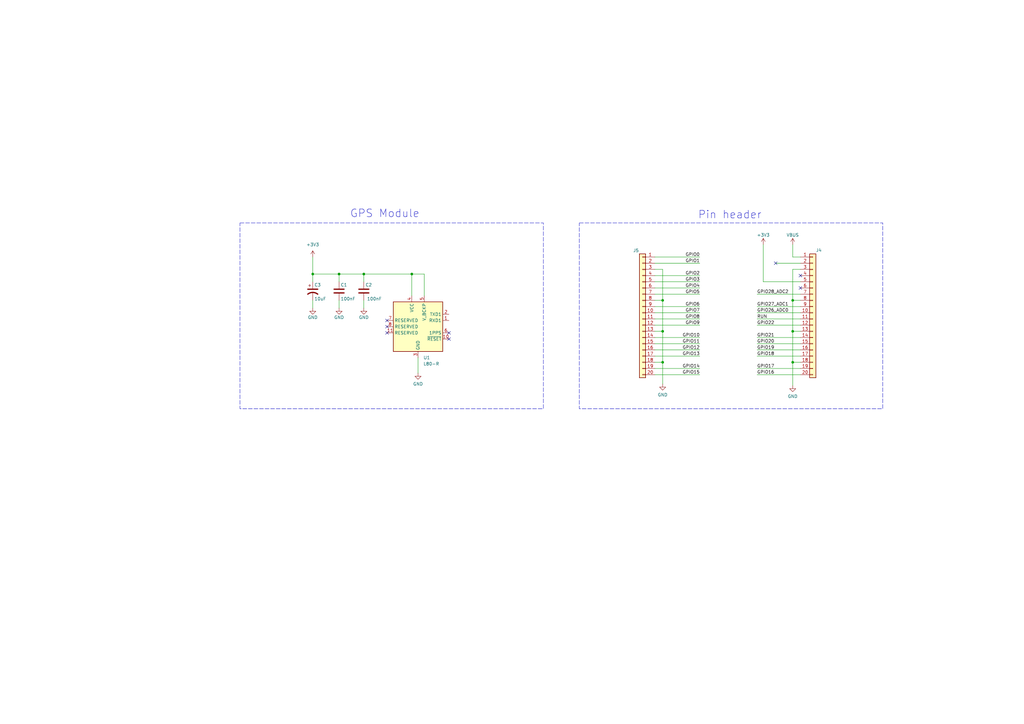
<source format=kicad_sch>
(kicad_sch (version 20230121) (generator eeschema)
  (paper "A3")
  (title_block (title "RP2040-MiniPill-GPS") (date "2024-04-25") (rev "1.0") (company "Linux User Group Saar e.V."))
  (lib_symbols
    (symbol "Connector_Generic:Conn_01x20" (pin_names (offset 1.016) hide)
      (property "Reference" "J" (at 0 25.4 0))
      (property "Value" "Conn_01x20" (at 0 -27.94 0))
      (symbol "Conn_01x20_1_1"
        (rectangle (start -1.27 -25.273) (end 0 -25.527) (stroke (width 0.1524)))
        (rectangle (start -1.27 -22.733) (end 0 -22.987) (stroke (width 0.1524)))
        (rectangle (start -1.27 -20.193) (end 0 -20.447) (stroke (width 0.1524)))
        (rectangle (start -1.27 -17.653) (end 0 -17.907) (stroke (width 0.1524)))
        (rectangle (start -1.27 -15.113) (end 0 -15.367) (stroke (width 0.1524)))
        (rectangle (start -1.27 -12.573) (end 0 -12.827) (stroke (width 0.1524)))
        (rectangle (start -1.27 -10.033) (end 0 -10.287) (stroke (width 0.1524)))
        (rectangle (start -1.27 -7.493) (end 0 -7.747) (stroke (width 0.1524)))
        (rectangle (start -1.27 -4.953) (end 0 -5.207) (stroke (width 0.1524)))
        (rectangle (start -1.27 -2.413) (end 0 -2.667) (stroke (width 0.1524)))
        (rectangle (start -1.27 0.127) (end 0 -0.127) (stroke (width 0.1524)))
        (rectangle (start -1.27 2.667) (end 0 2.413) (stroke (width 0.1524)))
        (rectangle (start -1.27 5.207) (end 0 4.953) (stroke (width 0.1524)))
        (rectangle (start -1.27 7.747) (end 0 7.493) (stroke (width 0.1524)))
        (rectangle (start -1.27 10.287) (end 0 10.033) (stroke (width 0.1524)))
        (rectangle (start -1.27 12.827) (end 0 12.573) (stroke (width 0.1524)))
        (rectangle (start -1.27 15.367) (end 0 15.113) (stroke (width 0.1524)))
        (rectangle (start -1.27 17.907) (end 0 17.653) (stroke (width 0.1524)))
        (rectangle (start -1.27 20.447) (end 0 20.193) (stroke (width 0.1524)))
        (rectangle (start -1.27 22.987) (end 0 22.733) (stroke (width 0.1524)))
        (rectangle (start -1.27 24.13) (end 1.27 -26.67) (stroke (width 0.254)) (fill (type background)))
        (pin passive line (at -5.08 22.86 0) (length 3.81) (name "Pin_1") (number "1"))
        (pin passive line (at -5.08 0 0) (length 3.81) (name "Pin_10") (number "10"))
        (pin passive line (at -5.08 -2.54 0) (length 3.81) (name "Pin_11") (number "11"))
        (pin passive line (at -5.08 -5.08 0) (length 3.81) (name "Pin_12") (number "12"))
        (pin passive line (at -5.08 -7.62 0) (length 3.81) (name "Pin_13") (number "13"))
        (pin passive line (at -5.08 -10.16 0) (length 3.81) (name "Pin_14") (number "14"))
        (pin passive line (at -5.08 -12.7 0) (length 3.81) (name "Pin_15") (number "15"))
        (pin passive line (at -5.08 -15.24 0) (length 3.81) (name "Pin_16") (number "16"))
        (pin passive line (at -5.08 -17.78 0) (length 3.81) (name "Pin_17") (number "17"))
        (pin passive line (at -5.08 -20.32 0) (length 3.81) (name "Pin_18") (number "18"))
        (pin passive line (at -5.08 -22.86 0) (length 3.81) (name "Pin_19") (number "19"))
        (pin passive line (at -5.08 20.32 0) (length 3.81) (name "Pin_2") (number "2"))
        (pin passive line (at -5.08 -25.4 0) (length 3.81) (name "Pin_20") (number "20"))
        (pin passive line (at -5.08 17.78 0) (length 3.81) (name "Pin_3") (number "3"))
        (pin passive line (at -5.08 15.24 0) (length 3.81) (name "Pin_4") (number "4"))
        (pin passive line (at -5.08 12.7 0) (length 3.81) (name "Pin_5") (number "5"))
        (pin passive line (at -5.08 10.16 0) (length 3.81) (name "Pin_6") (number "6"))
        (pin passive line (at -5.08 7.62 0) (length 3.81) (name "Pin_7") (number "7"))
        (pin passive line (at -5.08 5.08 0) (length 3.81) (name "Pin_8") (number "8"))
        (pin passive line (at -5.08 2.54 0) (length 3.81) (name "Pin_9") (number "9"))
      )
    )
    (symbol "Device:C" (pin_numbers hide) (pin_names (offset 0.254))
      (property "Reference" "C" (at 0.635 2.54 0))
      (property "Value" "C" (at 0.635 -2.54 0))
      (symbol "C_0_1"
        (polyline (pts (xy -2.032 -0.762) (xy 2.032 -0.762)) (stroke (width 0.508)))
        (polyline (pts (xy -2.032 0.762) (xy 2.032 0.762)) (stroke (width 0.508)))
      )
      (symbol "C_1_1"
        (pin passive line (at 0 3.81 270) (length 2.794) (name "~") (number "1"))
        (pin passive line (at 0 -3.81 90) (length 2.794) (name "~") (number "2"))
      )
    )
    (symbol "Device:C_Polarized_US" (pin_numbers hide) (pin_names (offset 0.254) hide)
      (property "Reference" "C" (at 0.635 2.54 0))
      (property "Value" "C_Polarized_US" (at 0.635 -2.54 0))
      (symbol "C_Polarized_US_0_1"
        (polyline (pts (xy -2.032 0.762) (xy 2.032 0.762)) (stroke (width 0.508)))
        (polyline (pts (xy -1.778 2.286) (xy -0.762 2.286)))
        (polyline (pts (xy -1.27 1.778) (xy -1.27 2.794)))
        (arc (start 2.032 -1.27) (mid 0 -0.5572) (end -2.032 -1.27) (stroke (width 0.508)))
      )
      (symbol "C_Polarized_US_1_1"
        (pin passive line (at 0 3.81 270) (length 2.794) (name "~") (number "1"))
        (pin passive line (at 0 -3.81 90) (length 3.302) (name "~") (number "2"))
      )
    )
    (symbol "RF_GPS:L80-R"
      (property "Reference" "U" (at -10.16 11.43 0))
      (property "Value" "L80-R" (at 10.16 11.43 0))
      (symbol "L80-R_0_1"
        (rectangle (start -10.16 10.16) (end 10.16 -10.16) (stroke (width 0.254)) (fill (type background)))
      )
      (symbol "L80-R_1_1"
        (pin input line (at 12.7 2.54 180) (length 2.54) (name "RXD1") (number "1"))
        (pin input line (at 12.7 -5.08 180) (length 2.54) (name "~{RESET}") (number "10"))
        (pin passive line (at -12.7 -2.54 0) (length 2.54) (name "RESERVED") (number "11"))
        (pin passive line (at 0 -12.7 90) (length 2.54) hide (name "GND") (number "12"))
        (pin output line (at 12.7 5.08 180) (length 2.54) (name "TXD1") (number "2"))
        (pin power_in line (at 0 -12.7 90) (length 2.54) (name "GND") (number "3"))
        (pin power_in line (at -2.54 12.7 270) (length 2.54) (name "VCC") (number "4"))
        (pin power_in line (at 2.54 12.7 270) (length 2.54) (name "V_BCKP") (number "5"))
        (pin output line (at 12.7 -2.54 180) (length 2.54) (name "1PPS") (number "6"))
        (pin passive line (at -12.7 2.54 0) (length 2.54) (name "RESERVED") (number "7"))
        (pin passive line (at -12.7 0 0) (length 2.54) (name "RESERVED") (number "8"))
        (pin no_connect line (at 10.16 0 180) (length 2.54) hide (name "NC") (number "9"))
      )
    )
    (symbol "power:+3V3" (power) (pin_names (offset 0))
      (property "Value" "+3V3" (at 0 3.556 0))
      (symbol "+3V3_0_1"
        (polyline (pts (xy -0.762 1.27) (xy 0 2.54)))
        (polyline (pts (xy 0 0) (xy 0 2.54)))
        (polyline (pts (xy 0 2.54) (xy 0.762 1.27)))
      )
      (symbol "+3V3_1_1"
        (pin power_in line (at 0 0 90) (length 0) hide (name "+3V3") (number "1"))
      )
    )
    (symbol "power:GND" (power) (pin_names (offset 0))
      (property "Value" "GND" (at 0 -3.81 0))
      (symbol "GND_0_1"
        (polyline (pts (xy 0 0) (xy 0 -1.27) (xy 1.27 -1.27) (xy 0 -2.54) (xy -1.27 -1.27) (xy 0 -1.27)))
      )
      (symbol "GND_1_1"
        (pin power_in line (at 0 0 270) (length 0) hide (name "GND") (number "1"))
      )
    )
    (symbol "power:VBUS" (power) (pin_names (offset 0))
      (property "Value" "VBUS" (at 0 3.81 0))
      (symbol "VBUS_0_1"
        (polyline (pts (xy -0.762 1.27) (xy 0 2.54)))
        (polyline (pts (xy 0 0) (xy 0 2.54)))
        (polyline (pts (xy 0 2.54) (xy 0.762 1.27)))
      )
      (symbol "VBUS_1_1"
        (pin power_in line (at 0 0 90) (length 0) hide (name "VBUS") (number "1"))
      )
    )
  )
  (junction (at 149.225 112.395))
  (junction (at 271.78 123.19))
  (junction (at 271.78 148.59))
  (junction (at 128.27 112.395))
  (junction (at 139.065 112.395))
  (junction (at 271.78 135.89))
  (junction (at 168.91 112.395))
  (junction (at 325.12 148.59))
  (junction (at 325.12 135.89))
  (junction (at 325.12 123.19))
  (no_connect (at 184.15 136.525))
  (no_connect (at 158.75 136.525))
  (no_connect (at 328.295 118.11))
  (no_connect (at 318.135 107.95))
  (no_connect (at 158.75 131.445))
  (no_connect (at 328.295 113.03))
  (no_connect (at 158.75 133.985))
  (no_connect (at 184.15 139.065))
  (wire (pts (xy 310.515 140.97) (xy 328.295 140.97)))
  (wire (pts (xy 173.99 121.285) (xy 173.99 112.395)))
  (wire (pts (xy 310.515 125.73) (xy 328.295 125.73)))
  (wire (pts (xy 310.515 153.67) (xy 328.295 153.67)))
  (wire (pts (xy 268.605 130.81) (xy 287.02 130.81)))
  (wire (pts (xy 310.515 133.35) (xy 328.295 133.35)))
  (wire (pts (xy 325.12 148.59) (xy 328.295 148.59)))
  (wire (pts (xy 268.605 135.89) (xy 271.78 135.89)))
  (wire (pts (xy 128.27 112.395) (xy 139.065 112.395)))
  (wire (pts (xy 268.605 138.43) (xy 287.02 138.43)))
  (wire (pts (xy 325.12 123.19) (xy 325.12 110.49)))
  (wire (pts (xy 268.605 140.97) (xy 287.02 140.97)))
  (wire (pts (xy 268.605 118.11) (xy 287.02 118.11)))
  (wire (pts (xy 310.515 151.13) (xy 328.295 151.13)))
  (wire (pts (xy 271.78 135.89) (xy 271.78 148.59)))
  (wire (pts (xy 310.515 128.27) (xy 328.295 128.27)))
  (wire (pts (xy 325.12 100.33) (xy 325.12 105.41)))
  (wire (pts (xy 313.055 100.33) (xy 313.055 115.57)))
  (wire (pts (xy 139.065 112.395) (xy 139.065 115.57)))
  (wire (pts (xy 128.27 105.41) (xy 128.27 112.395)))
  (wire (pts (xy 149.225 112.395) (xy 149.225 115.57)))
  (wire (pts (xy 139.065 123.19) (xy 139.065 126.365)))
  (wire (pts (xy 128.27 123.19) (xy 128.27 126.365)))
  (wire (pts (xy 268.605 123.19) (xy 271.78 123.19)))
  (wire (pts (xy 310.515 138.43) (xy 328.295 138.43)))
  (wire (pts (xy 268.605 128.27) (xy 287.02 128.27)))
  (wire (pts (xy 325.12 135.89) (xy 325.12 148.59)))
  (wire (pts (xy 268.605 133.35) (xy 287.02 133.35)))
  (wire (pts (xy 128.27 112.395) (xy 128.27 115.57)))
  (wire (pts (xy 268.605 143.51) (xy 287.02 143.51)))
  (wire (pts (xy 168.91 112.395) (xy 168.91 121.285)))
  (wire (pts (xy 268.605 105.41) (xy 287.02 105.41)))
  (wire (pts (xy 168.91 112.395) (xy 173.99 112.395)))
  (wire (pts (xy 310.515 120.65) (xy 328.295 120.65)))
  (wire (pts (xy 171.45 146.685) (xy 171.45 153.035)))
  (wire (pts (xy 271.78 110.49) (xy 271.78 123.19)))
  (wire (pts (xy 268.605 125.73) (xy 287.02 125.73)))
  (wire (pts (xy 325.12 105.41) (xy 328.295 105.41)))
  (wire (pts (xy 325.12 123.19) (xy 328.295 123.19)))
  (wire (pts (xy 318.135 107.95) (xy 328.295 107.95)))
  (wire (pts (xy 268.605 113.03) (xy 287.02 113.03)))
  (wire (pts (xy 268.605 107.95) (xy 287.02 107.95)))
  (wire (pts (xy 325.12 110.49) (xy 328.295 110.49)))
  (wire (pts (xy 268.605 146.05) (xy 287.02 146.05)))
  (wire (pts (xy 268.605 153.67) (xy 287.02 153.67)))
  (wire (pts (xy 313.055 115.57) (xy 328.295 115.57)))
  (wire (pts (xy 325.12 148.59) (xy 325.12 158.115)))
  (wire (pts (xy 325.12 135.89) (xy 325.12 123.19)))
  (wire (pts (xy 268.605 148.59) (xy 271.78 148.59)))
  (wire (pts (xy 310.515 146.05) (xy 328.295 146.05)))
  (wire (pts (xy 149.225 123.19) (xy 149.225 126.365)))
  (wire (pts (xy 310.515 143.51) (xy 328.295 143.51)))
  (wire (pts (xy 271.78 110.49) (xy 268.605 110.49)))
  (wire (pts (xy 271.78 148.59) (xy 271.78 157.48)))
  (wire (pts (xy 310.515 130.81) (xy 328.295 130.81)))
  (wire (pts (xy 268.605 151.13) (xy 287.02 151.13)))
  (wire (pts (xy 325.12 135.89) (xy 328.295 135.89)))
  (wire (pts (xy 149.225 112.395) (xy 139.065 112.395)))
  (wire (pts (xy 268.605 115.57) (xy 287.02 115.57)))
  (wire (pts (xy 268.605 120.65) (xy 287.02 120.65)))
  (wire (pts (xy 271.78 123.19) (xy 271.78 135.89)))
  (wire (pts (xy 149.225 112.395) (xy 168.91 112.395)))
  (rectangle (start 237.617 91.44) (end 362.077 167.64) (stroke (width 0) (type dash)))
  (rectangle (start 98.425 91.44) (end 222.885 167.64) (stroke (width 0) (type dash)))
  (text "Pin header" (at 286.258 90.043 0) (effects (font (size 3.175 3.175)) (justify left bottom)))
  (text "GPS Module" (at 143.51 89.535 0) (effects (font (size 3.175 3.175)) (justify left bottom)))
  (label "GPIO17" (at 310.515 151.13 0))
  (label "GPIO12" (at 287.02 143.51 180))
  (label "GPIO26_ADC0" (at 310.515 128.27 0))
  (label "GPIO16" (at 310.515 153.67 0))
  (label "GPIO3" (at 287.02 115.57 180))
  (label "GPIO8" (at 287.02 130.81 180))
  (label "GPIO10" (at 287.02 138.43 180))
  (label "GPIO15" (at 287.02 153.67 180))
  (label "GPIO13" (at 287.02 146.05 180))
  (label "GPIO4" (at 287.02 118.11 180))
  (label "GPIO27_ADC1" (at 310.515 125.73 0))
  (label "GPIO2" (at 287.02 113.03 180))
  (label "GPIO5" (at 287.02 120.65 180))
  (label "GPIO18" (at 310.515 146.05 0))
  (label "GPIO7" (at 287.02 128.27 180))
  (label "GPIO20" (at 310.515 140.97 0))
  (label "RUN" (at 310.515 130.81 0))
  (label "GPIO21" (at 310.515 138.43 0))
  (label "GPIO1" (at 287.02 107.95 180))
  (label "GPIO28_ADC2" (at 310.515 120.65 0))
  (label "GPIO19" (at 310.515 143.51 0))
  (label "GPIO9" (at 287.02 133.35 180))
  (label "GPIO11" (at 287.02 140.97 180))
  (label "GPIO6" (at 287.02 125.73 180))
  (label "GPIO0" (at 287.02 105.41 180))
  (label "GPIO14" (at 287.02 151.13 180))
  (label "GPIO22" (at 310.515 133.35 0))
  (symbol (lib_id "Device:C") (at 149.225 119.38 0) (unit 1)
    (property "Reference" "C2" (at 149.86 116.84 0) (effects (justify left)))
    (property "Value" "100nF" (at 150.495 122.555 0) (effects (justify left)))
    (property "Footprint" "Capacitor_SMD:C_0603_1608Metric" (effects hide))
  )
  (symbol (lib_id "power:VBUS") (at 325.12 100.33 0) (unit 1)
    (property "Reference" "#PWR029" (effects hide))
    (property "Value" "VBUS" (at 325.12 96.393 0))
  )
  (symbol (lib_id "Device:C") (at 139.065 119.38 0) (unit 1)
    (property "Reference" "C1" (at 139.7 116.84 0) (effects (justify left)))
    (property "Value" "100nF" (at 139.7 122.555 0) (effects (justify left)))
    (property "Footprint" "Capacitor_SMD:C_0603_1608Metric" (effects hide))
  )
  (symbol (lib_id "power:GND") (at 128.27 126.365 0) (unit 1)
    (property "Reference" "#PWR05" (effects hide))
    (property "Value" "GND" (at 128.27 130.175 0))
  )
  (symbol (lib_id "Device:C_Polarized_US") (at 128.27 119.38 0) (unit 1)
    (property "Reference" "C3" (at 128.905 116.84 0) (effects (justify left)))
    (property "Value" "10uF" (at 128.905 122.555 0) (effects (justify left)))
    (property "Footprint" "Capacitor_SMD:C_1206_3216Metric" (effects hide))
  )
  (symbol (lib_id "power:+3V3") (at 128.27 105.41 0) (unit 1)
    (property "Reference" "#PWR01" (effects hide))
    (property "Value" "+3V3" (at 128.27 100.33 0))
  )
  (symbol (lib_id "power:GND") (at 171.45 153.035 0) (unit 1)
    (property "Reference" "#PWR02" (effects hide))
    (property "Value" "GND" (at 171.45 157.48 0))
  )
  (symbol (lib_id "Connector_Generic:Conn_01x20") (at 333.375 128.27 0) (unit 1)
    (property "Reference" "J4" (at 334.645 102.616 0) (effects (justify left)))
    (property "Value" "Conn_01x20" (effects hide))
    (property "Footprint" "Connector_PinHeader_2.54mm:PinHeader_1x20_P2.54mm_Vertical" (effects hide))
  )
  (symbol (lib_id "RF_GPS:L80-R") (at 171.45 133.985 0) (unit 1)
    (property "Reference" "U1" (at 173.6441 146.685 0) (effects (justify left)))
    (property "Value" "L80-R" (at 173.6441 149.225 0) (effects (justify left)))
    (property "Footprint" "RF_GPS:Quectel_L80-R" (effects hide))
    (property "Datasheet" "https://www.quectel.com/UploadImage/Downlad/Quectel_L80-R_Hardware_Design_V1.2.pdf" (effects hide))
  )
  (symbol (lib_id "power:GND") (at 149.225 126.365 0) (unit 1)
    (property "Reference" "#PWR04" (effects hide))
    (property "Value" "GND" (at 149.225 130.175 0))
  )
  (symbol (lib_id "power:GND") (at 271.78 157.48 0) (unit 1)
    (property "Reference" "#PWR024" (effects hide))
    (property "Value" "GND" (at 271.78 161.925 0))
  )
  (symbol (lib_id "power:+3V3") (at 313.055 100.33 0) (unit 1)
    (property "Reference" "#PWR028" (effects hide))
    (property "Value" "+3V3" (at 313.055 96.393 0))
  )
  (symbol (lib_id "power:GND") (at 139.065 126.365 0) (unit 1)
    (property "Reference" "#PWR03" (effects hide))
    (property "Value" "GND" (at 139.065 130.175 0))
  )
  (symbol (lib_id "Connector_Generic:Conn_01x20") (at 263.525 128.27 0) (mirror y) (unit 1)
    (property "Reference" "J5" (at 260.858 102.743 0))
    (property "Value" "Conn_01x20" (effects hide))
    (property "Footprint" "Connector_PinHeader_2.54mm:PinHeader_1x20_P2.54mm_Vertical" (effects hide))
  )
  (symbol (lib_id "power:GND") (at 325.12 158.115 0) (unit 1)
    (property "Reference" "#PWR025" (effects hide))
    (property "Value" "GND" (at 325.12 162.56 0))
  )
)
</source>
